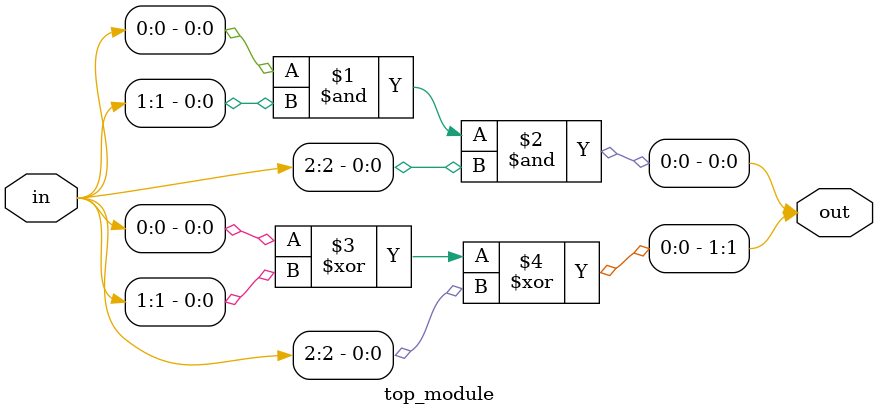
<source format=sv>
module top_module (
	input [2:0] in,
	output [1:0] out
);
	// Add statements to calculate the output
	assign out[0] = in[0] & in[1] & in[2];
	assign out[1] = in[0] ^ in[1] ^ in[2];
endmodule

</source>
